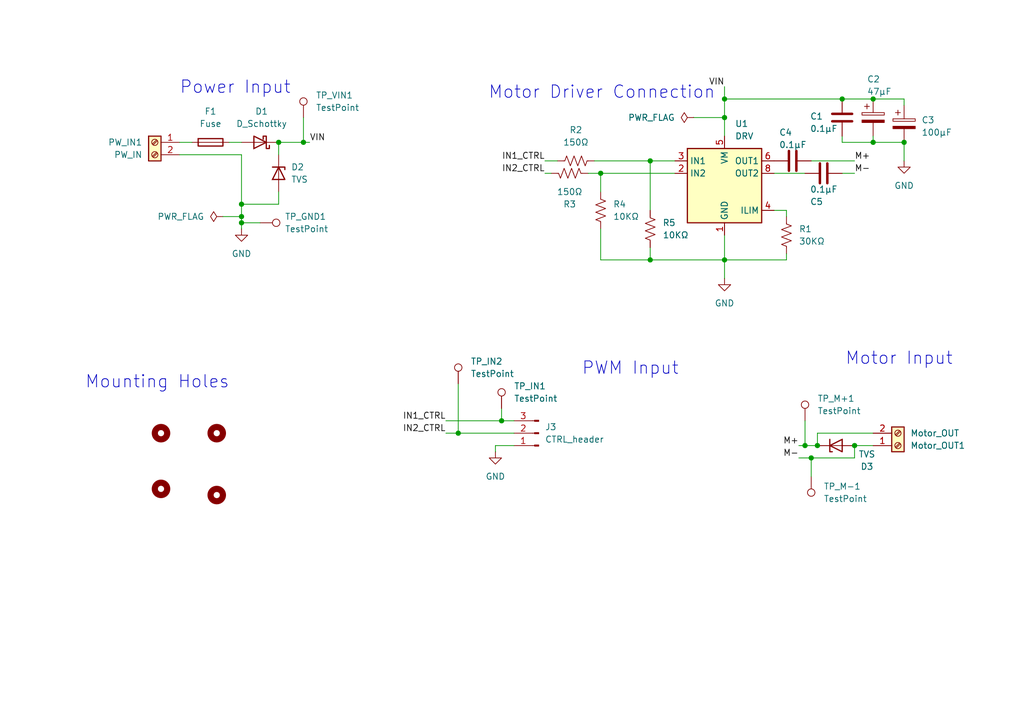
<source format=kicad_sch>
(kicad_sch (version 20250114) (generator "eeschema") (generator_version "9.0")
  (paper "A5")
  (lib_symbols
    (symbol "Connector:Conn_01x03_Pin" (pin_names (offset 1.016) (hide yes))
      (property "Reference" "J" (at 0 5.08 0))
      (property "Value" "Conn_01x03_Pin" (at 0 -5.08 0))
      (symbol "Conn_01x03_Pin_1_1"
        (rectangle (start 0.8636 2.667) (end 0 2.413) (stroke (width 0.1524)) (fill (type outline)))
        (rectangle (start 0.8636 0.127) (end 0 -0.127) (stroke (width 0.1524)) (fill (type outline)))
        (rectangle (start 0.8636 -2.413) (end 0 -2.667) (stroke (width 0.1524)) (fill (type outline)))
        (polyline (pts (xy 1.27 2.54) (xy 0.8636 2.54)) (stroke (width 0.1524)))
        (polyline (pts (xy 1.27 0) (xy 0.8636 0)) (stroke (width 0.1524)))
        (polyline (pts (xy 1.27 -2.54) (xy 0.8636 -2.54)) (stroke (width 0.1524)))
        (pin passive line (at 5.08 2.54 180) (length 3.81) (name "Pin_1") (number "1"))
        (pin passive line (at 5.08 0 180) (length 3.81) (name "Pin_2") (number "2"))
        (pin passive line (at 5.08 -2.54 180) (length 3.81) (name "Pin_3") (number "3"))
      )
    )
    (symbol "Connector:Screw_Terminal_01x02" (pin_names (offset 1.016) (hide yes))
      (property "Reference" "J" (at 0 2.54 0))
      (property "Value" "Screw_Terminal_01x02" (at 0 -5.08 0))
      (symbol "Screw_Terminal_01x02_1_1"
        (rectangle (start -1.27 1.27) (end 1.27 -3.81) (stroke (width 0.254)) (fill (type background)))
        (polyline (pts (xy -0.5334 0.3302) (xy 0.3302 -0.508)) (stroke (width 0.1524)))
        (polyline (pts (xy -0.5334 -2.2098) (xy 0.3302 -3.048)) (stroke (width 0.1524)))
        (polyline (pts (xy -0.3556 0.508) (xy 0.508 -0.3302)) (stroke (width 0.1524)))
        (polyline (pts (xy -0.3556 -2.032) (xy 0.508 -2.8702)) (stroke (width 0.1524)))
        (circle (center 0 0) (radius 0.635) (stroke (width 0.1524)))
        (circle (center 0 -2.54) (radius 0.635) (stroke (width 0.1524)))
        (pin passive line (at -5.08 0 0) (length 3.81) (name "Pin_1") (number "1"))
        (pin passive line (at -5.08 -2.54 0) (length 3.81) (name "Pin_2") (number "2"))
      )
    )
    (symbol "Connector:TestPoint" (pin_numbers (hide yes)) (pin_names (offset 0.762) (hide yes))
      (property "Reference" "TP" (at 0 6.858 0))
      (property "Value" "TestPoint" (at 0 5.08 0))
      (symbol "TestPoint_0_1"
        (circle (center 0 3.302) (radius 0.762))
      )
      (symbol "TestPoint_1_1"
        (pin passive line (at 0 0 90) (length 2.54) (name "1") (number "1"))
      )
    )
    (symbol "Device:C" (pin_numbers (hide yes)) (pin_names (offset 0.254))
      (property "Reference" "C" (at 0.635 2.54 0))
      (property "Value" "C" (at 0.635 -2.54 0))
      (symbol "C_0_1"
        (polyline (pts (xy -2.032 0.762) (xy 2.032 0.762)) (stroke (width 0.508)))
        (polyline (pts (xy -2.032 -0.762) (xy 2.032 -0.762)) (stroke (width 0.508)))
      )
      (symbol "C_1_1"
        (pin passive line (at 0 3.81 270) (length 2.794) (name "~") (number "1"))
        (pin passive line (at 0 -3.81 90) (length 2.794) (name "~") (number "2"))
      )
    )
    (symbol "Device:C_Polarized" (pin_numbers (hide yes)) (pin_names (offset 0.254))
      (property "Reference" "C" (at 0.635 2.54 0))
      (property "Value" "C_Polarized" (at 0.635 -2.54 0))
      (symbol "C_Polarized_0_1"
        (rectangle (start -2.286 0.508) (end 2.286 1.016))
        (polyline (pts (xy -1.778 2.286) (xy -0.762 2.286)))
        (polyline (pts (xy -1.27 2.794) (xy -1.27 1.778)))
        (rectangle (start 2.286 -0.508) (end -2.286 -1.016) (fill (type outline)))
      )
      (symbol "C_Polarized_1_1"
        (pin passive line (at 0 3.81 270) (length 2.794) (name "~") (number "1"))
        (pin passive line (at 0 -3.81 90) (length 2.794) (name "~") (number "2"))
      )
    )
    (symbol "Device:D_Schottky" (pin_numbers (hide yes)) (pin_names (offset 1.016) (hide yes))
      (property "Reference" "D" (at 0 2.54 0))
      (property "Value" "D_Schottky" (at 0 -2.54 0))
      (symbol "D_Schottky_0_1"
        (polyline (pts (xy -1.905 0.635) (xy -1.905 1.27) (xy -1.27 1.27) (xy -1.27 -1.27) (xy -0.635 -1.27) (xy -0.635 -0.635)) (stroke (width 0.254)))
        (polyline (pts (xy 1.27 1.27) (xy 1.27 -1.27) (xy -1.27 0) (xy 1.27 1.27)) (stroke (width 0.254)))
        (polyline (pts (xy 1.27 0) (xy -1.27 0)))
      )
      (symbol "D_Schottky_1_1"
        (pin passive line (at -3.81 0 0) (length 2.54) (name "K") (number "1"))
        (pin passive line (at 3.81 0 180) (length 2.54) (name "A") (number "2"))
      )
    )
    (symbol "Device:Fuse" (pin_numbers (hide yes)) (pin_names (offset 0))
      (property "Reference" "F" (at 2.032 0 90))
      (property "Value" "Fuse" (at -1.905 0 90))
      (symbol "Fuse_0_1"
        (rectangle (start -0.762 -2.54) (end 0.762 2.54) (stroke (width 0.254)))
        (polyline (pts (xy 0 2.54) (xy 0 -2.54)))
      )
      (symbol "Fuse_1_1"
        (pin passive line (at 0 3.81 270) (length 1.27) (name "~") (number "1"))
        (pin passive line (at 0 -3.81 90) (length 1.27) (name "~") (number "2"))
      )
    )
    (symbol "Device:R_US" (pin_numbers (hide yes)) (pin_names (offset 0))
      (property "Reference" "R" (at 2.54 0 90))
      (property "Value" "R_US" (at -2.54 0 90))
      (symbol "R_US_0_1"
        (polyline (pts (xy 0 2.286) (xy 0 2.54)))
        (polyline (pts (xy 0 2.286) (xy 1.016 1.905) (xy 0 1.524) (xy -1.016 1.143) (xy 0 0.762)))
        (polyline (pts (xy 0 0.762) (xy 1.016 0.381) (xy 0 0) (xy -1.016 -0.381) (xy 0 -0.762)))
        (polyline (pts (xy 0 -0.762) (xy 1.016 -1.143) (xy 0 -1.524) (xy -1.016 -1.905) (xy 0 -2.286)))
        (polyline (pts (xy 0 -2.286) (xy 0 -2.54)))
      )
      (symbol "R_US_1_1"
        (pin passive line (at 0 3.81 270) (length 1.27) (name "~") (number "1"))
        (pin passive line (at 0 -3.81 90) (length 1.27) (name "~") (number "2"))
      )
    )
    (symbol "Diode:PTVS22VZ1USK" (pin_numbers (hide yes)) (pin_names (hide yes))
      (property "Reference" "D" (at 0 2.54 0))
      (property "Value" "PTVS22VZ1USK" (at 0 -2.54 0))
      (symbol "PTVS22VZ1USK_0_1"
        (polyline (pts (xy -1.27 -1.27) (xy -1.27 1.27) (xy -0.762 1.27)) (stroke (width 0.254)))
        (polyline (pts (xy 1.27 0) (xy -1.27 0)))
        (polyline (pts (xy 1.27 -1.27) (xy 1.27 1.27) (xy -1.27 0) (xy 1.27 -1.27)) (stroke (width 0.254)))
      )
      (symbol "PTVS22VZ1USK_1_1"
        (pin passive line (at -3.81 0 0) (length 2.54) (name "K") (number "1"))
        (pin passive line (at 3.81 0 180) (length 2.54) (name "A") (number "2"))
      )
    )
    (symbol "Driver_Motor:DRV8871DDA"
      (property "Reference" "U" (at -6.35 8.89 0))
      (property "Value" "DRV8871DDA" (at 8.128 8.89 0))
      (symbol "DRV8871DDA_0_1"
        (rectangle (start -7.62 7.62) (end 7.62 -7.62) (stroke (width 0.254)) (fill (type background)))
      )
      (symbol "DRV8871DDA_1_1"
        (pin input line (at -10.16 5.08 0) (length 2.54) (name "IN1") (number "3"))
        (pin input line (at -10.16 2.54 0) (length 2.54) (name "IN2") (number "2"))
        (pin power_in line (at 0 10.16 270) (length 2.54) (name "VM") (number "5"))
        (pin power_in line (at 0 -10.16 90) (length 2.54) (name "GND") (number "1"))
        (pin passive line (at 0 -10.16 90) (length 2.54) (hide yes) (name "GND") (number "7"))
        (pin passive line (at 0 -10.16 90) (length 2.54) (hide yes) (name "GND") (number "9"))
        (pin output line (at 10.16 5.08 180) (length 2.54) (name "OUT1") (number "6"))
        (pin output line (at 10.16 2.54 180) (length 2.54) (name "OUT2") (number "8"))
        (pin passive line (at 10.16 -5.08 180) (length 2.54) (name "ILIM") (number "4"))
      )
    )
    (symbol "Mechanical:MountingHole" (pin_names (offset 1.016)) (in_bom no)
      (property "Reference" "H" (at 0 5.08 0))
      (property "Value" "MountingHole" (at 0 3.175 0))
      (symbol "MountingHole_0_1"
        (circle (center 0 0) (radius 1.27) (stroke (width 1.27)))
      )
    )
    (symbol "power:GND" (power) (pin_numbers (hide yes)) (pin_names (offset 0) (hide yes))
      (property "Value" "GND" (at 0 -3.81 0))
      (symbol "GND_0_1"
        (polyline (pts (xy 0 0) (xy 0 -1.27) (xy 1.27 -1.27) (xy 0 -2.54) (xy -1.27 -1.27) (xy 0 -1.27)))
      )
      (symbol "GND_1_1"
        (pin power_in line (at 0 0 270) (length 0) (name "~") (number "1"))
      )
    )
    (symbol "power:PWR_FLAG" (power) (pin_numbers (hide yes)) (pin_names (offset 0) (hide yes))
      (property "Value" "PWR_FLAG" (at 0 3.81 0))
      (symbol "PWR_FLAG_0_0"
        (pin power_out line (at 0 0 90) (length 0) (name "~") (number "1"))
      )
      (symbol "PWR_FLAG_0_1"
        (polyline (pts (xy 0 0) (xy 0 1.27) (xy -1.016 1.905) (xy 0 2.54) (xy 1.016 1.905) (xy 0 1.27)))
      )
    )
  )
  (text "Mounting Holes" (at 32.258 78.486 0) (effects (font (size 2.54 2.54))))
  (text "Power Input\n" (at 48.26 18.034 0) (effects (font (size 2.54 2.54))))
  (text "Motor Input" (at 184.404 73.66 0) (effects (font (size 2.54 2.54))))
  (text "PWM Input" (at 129.286 75.692 0) (effects (font (size 2.54 2.54))))
  (text "Motor Driver Connection" (at 123.444 19.05 0) (effects (font (size 2.54 2.54))))
  (junction (at 93.98 88.9))
  (junction (at 175.26 91.44))
  (junction (at 49.53 44.45))
  (junction (at 148.59 53.34))
  (junction (at 57.15 29.21))
  (junction (at 172.72 20.32))
  (junction (at 179.07 20.32))
  (junction (at 148.59 24.13))
  (junction (at 133.35 33.02))
  (junction (at 166.37 93.98))
  (junction (at 62.23 29.21))
  (junction (at 185.42 29.21))
  (junction (at 133.35 53.34))
  (junction (at 49.53 41.91))
  (junction (at 165.1 91.44))
  (junction (at 123.19 35.56))
  (junction (at 167.64 91.44))
  (junction (at 49.53 45.72))
  (junction (at 148.59 20.32))
  (junction (at 102.87 86.36))
  (junction (at 179.07 29.21))
  (wire (pts (xy 175.26 91.44) (xy 179.07 91.44)))
  (wire (pts (xy 166.37 33.02) (xy 175.26 33.02)))
  (wire (pts (xy 123.19 39.37) (xy 123.19 35.56)))
  (wire (pts (xy 49.53 41.91) (xy 49.53 31.75)))
  (wire (pts (xy 148.59 53.34) (xy 161.29 53.34)))
  (wire (pts (xy 123.19 35.56) (xy 138.43 35.56)))
  (wire (pts (xy 148.59 24.13) (xy 148.59 27.94)))
  (wire (pts (xy 49.53 45.72) (xy 49.53 46.99)))
  (wire (pts (xy 62.23 29.21) (xy 63.5 29.21)))
  (wire (pts (xy 165.1 86.36) (xy 165.1 91.44)))
  (wire (pts (xy 167.64 88.9) (xy 179.07 88.9)))
  (wire (pts (xy 91.44 88.9) (xy 93.98 88.9)))
  (wire (pts (xy 57.15 39.37) (xy 57.15 41.91)))
  (wire (pts (xy 111.76 35.56) (xy 113.03 35.56)))
  (wire (pts (xy 93.98 88.9) (xy 105.41 88.9)))
  (wire (pts (xy 102.87 83.82) (xy 102.87 86.36)))
  (wire (pts (xy 142.24 24.13) (xy 148.59 24.13)))
  (wire (pts (xy 179.07 27.94) (xy 179.07 29.21)))
  (wire (pts (xy 49.53 31.75) (xy 36.83 31.75)))
  (wire (pts (xy 49.53 44.45) (xy 49.53 41.91)))
  (wire (pts (xy 161.29 53.34) (xy 161.29 52.07)))
  (wire (pts (xy 163.83 91.44) (xy 165.1 91.44)))
  (wire (pts (xy 172.72 35.56) (xy 175.26 35.56)))
  (wire (pts (xy 133.35 33.02) (xy 133.35 43.18)))
  (wire (pts (xy 46.99 29.21) (xy 49.53 29.21)))
  (wire (pts (xy 163.83 93.98) (xy 166.37 93.98)))
  (wire (pts (xy 93.98 78.74) (xy 93.98 88.9)))
  (wire (pts (xy 148.59 20.32) (xy 172.72 20.32)))
  (wire (pts (xy 123.19 46.99) (xy 123.19 53.34)))
  (wire (pts (xy 102.87 86.36) (xy 105.41 86.36)))
  (wire (pts (xy 57.15 29.21) (xy 62.23 29.21)))
  (wire (pts (xy 172.72 27.94) (xy 172.72 29.21)))
  (wire (pts (xy 57.15 29.21) (xy 57.15 31.75)))
  (wire (pts (xy 111.76 33.02) (xy 114.3 33.02)))
  (wire (pts (xy 121.92 33.02) (xy 133.35 33.02)))
  (wire (pts (xy 166.37 93.98) (xy 175.26 93.98)))
  (wire (pts (xy 101.6 92.71) (xy 101.6 91.44)))
  (wire (pts (xy 133.35 33.02) (xy 138.43 33.02)))
  (wire (pts (xy 185.42 29.21) (xy 179.07 29.21)))
  (wire (pts (xy 62.23 24.13) (xy 62.23 29.21)))
  (wire (pts (xy 148.59 53.34) (xy 148.59 57.15)))
  (wire (pts (xy 185.42 21.59) (xy 185.42 20.32)))
  (wire (pts (xy 172.72 20.32) (xy 179.07 20.32)))
  (wire (pts (xy 165.1 91.44) (xy 167.64 91.44)))
  (wire (pts (xy 45.72 44.45) (xy 49.53 44.45)))
  (wire (pts (xy 148.59 20.32) (xy 148.59 24.13)))
  (wire (pts (xy 166.37 93.98) (xy 166.37 97.79)))
  (wire (pts (xy 161.29 43.18) (xy 158.75 43.18)))
  (wire (pts (xy 172.72 29.21) (xy 179.07 29.21)))
  (wire (pts (xy 49.53 44.45) (xy 49.53 45.72)))
  (wire (pts (xy 167.64 91.44) (xy 167.64 88.9)))
  (wire (pts (xy 133.35 53.34) (xy 148.59 53.34)))
  (wire (pts (xy 161.29 44.45) (xy 161.29 43.18)))
  (wire (pts (xy 175.26 93.98) (xy 175.26 91.44)))
  (wire (pts (xy 148.59 17.78) (xy 148.59 20.32)))
  (wire (pts (xy 120.65 35.56) (xy 123.19 35.56)))
  (wire (pts (xy 185.42 20.32) (xy 179.07 20.32)))
  (wire (pts (xy 148.59 48.26) (xy 148.59 53.34)))
  (wire (pts (xy 133.35 50.8) (xy 133.35 53.34)))
  (wire (pts (xy 158.75 35.56) (xy 165.1 35.56)))
  (wire (pts (xy 101.6 91.44) (xy 105.41 91.44)))
  (wire (pts (xy 91.44 86.36) (xy 102.87 86.36)))
  (wire (pts (xy 123.19 53.34) (xy 133.35 53.34)))
  (wire (pts (xy 185.42 29.21) (xy 185.42 33.02)))
  (wire (pts (xy 36.83 29.21) (xy 39.37 29.21)))
  (wire (pts (xy 57.15 41.91) (xy 49.53 41.91)))
  (wire (pts (xy 49.53 45.72) (xy 53.34 45.72)))
  (label "VIN" (at 63.5 29.21 0))
  (label "M-" (at 175.26 35.56 0))
  (label "IN1_CTRL" (at 91.44 86.36 180))
  (label "M-" (at 163.83 93.98 180))
  (label "IN2_CTRL" (at 91.44 88.9 180))
  (label "IN1_CTRL" (at 111.76 33.02 180))
  (label "M+" (at 163.83 91.44 180))
  (label "VIN" (at 148.59 17.78 180))
  (label "IN2_CTRL" (at 111.76 35.56 180))
  (label "M+" (at 175.26 33.02 0))
  (symbol (lib_id "Connector:TestPoint") (at 53.34 45.72 270) (unit 1)
    (property "Reference" "TP_GND1" (at 58.42 44.4499 90) (effects (justify left)))
    (property "Value" "TestPoint" (at 58.42 46.9899 90) (effects (justify left)))
    (property "Footprint" "TestPoint:TestPoint_Keystone_5000-5004_Miniature" (effects (hide yes)))
    (property "Description" "test point" (effects (hide yes)))
  )
  (symbol (lib_id "Device:C_Polarized") (at 185.42 25.4 0) (unit 1)
    (property "Reference" "C3" (at 188.976 24.638 0) (effects (justify left)))
    (property "Value" "100µF" (at 188.976 27.178 0) (effects (justify left)))
    (property "Footprint" "Capacitor_SMD:C_0402_1005Metric" (effects (hide yes)))
    (property "Description" "Polarized capacitor" (effects (hide yes)))
  )
  (symbol (lib_id "Connector:Screw_Terminal_01x02") (at 184.15 91.44 0) (mirror x) (unit 1)
    (property "Reference" "Motor_OUT1" (at 186.69 91.4401 0) (effects (justify left)))
    (property "Value" "Motor_OUT" (at 186.69 88.9001 0) (effects (justify left)))
    (property "Footprint" "TerminalBlock_Phoenix:TerminalBlock_Phoenix_MKDS-1,5-2_1x02_P5.00mm_Horizontal" (effects (hide yes)))
    (property "Description" "Generic screw terminal, single row, 01x02, script generated (kicad-library-utils/schlib/autogen/connector/)" (effects (hide yes)))
  )
  (symbol (lib_id "Mechanical:MountingHole") (at 44.45 88.9 0) (unit 1) (in_bom no)
    (property "Reference" "H2" (effects (hide yes)))
    (property "Value" "MountingHole" (effects (hide yes)))
    (property "Footprint" "MountingHole:MountingHole_2.5mm_Pad" (effects (hide yes)))
    (property "Description" "Mounting Hole without connection" (effects (hide yes)))
  )
  (symbol (lib_id "power:PWR_FLAG") (at 45.72 44.45 90) (unit 1)
    (property "Reference" "#FLG02" (effects (hide yes)))
    (property "Value" "PWR_FLAG" (at 41.91 44.4499 90) (effects (justify left)))
    (property "Description" "Special symbol for telling ERC where power comes from" (effects (hide yes)))
  )
  (symbol (lib_id "Connector:Conn_01x03_Pin") (at 110.49 88.9 180) (unit 1)
    (property "Reference" "J3" (at 111.76 87.6299 0) (effects (justify right)))
    (property "Value" "CTRL_header" (at 111.76 90.1699 0) (effects (justify right)))
    (property "Footprint" "Connector_PinHeader_2.54mm:PinHeader_1x03_P2.54mm_Vertical" (effects (hide yes)))
    (property "Description" "Generic connector, single row, 01x03, script generated" (effects (hide yes)))
  )
  (symbol (lib_id "Device:D_Schottky") (at 53.34 29.21 180) (unit 1)
    (property "Reference" "D1" (at 53.6575 22.86 0))
    (property "Value" "D_Schottky" (at 53.6575 25.4 0))
    (property "Footprint" "Diode_SMD:D_0603_1608Metric" (effects (hide yes)))
    (property "Description" "Schottky diode" (effects (hide yes)))
  )
  (symbol (lib_id "Connector:TestPoint") (at 93.98 78.74 0) (unit 1)
    (property "Reference" "TP_IN2" (at 96.52 74.1679 0) (effects (justify left)))
    (property "Value" "TestPoint" (at 96.52 76.7079 0) (effects (justify left)))
    (property "Footprint" "TestPoint:TestPoint_Keystone_5000-5004_Miniature" (effects (hide yes)))
    (property "Description" "test point" (effects (hide yes)))
  )
  (symbol (lib_id "Device:R_US") (at 118.11 33.02 270) (unit 1)
    (property "Reference" "R2" (at 118.11 26.67 90))
    (property "Value" "150Ω" (at 118.11 29.21 90))
    (property "Footprint" "Resistor_SMD:R_0402_1005Metric" (effects (hide yes)))
    (property "Description" "Resistor, US symbol" (effects (hide yes)))
  )
  (symbol (lib_id "power:GND") (at 49.53 46.99 0) (unit 1)
    (property "Reference" "#PWR01" (effects (hide yes)))
    (property "Value" "GND" (at 49.53 52.07 0))
    (property "Description" "Power symbol creates a global label with name \"GND\" , ground" (effects (hide yes)))
  )
  (symbol (lib_id "power:GND") (at 148.59 57.15 0) (unit 1)
    (property "Reference" "#PWR02" (effects (hide yes)))
    (property "Value" "GND" (at 148.59 62.23 0))
    (property "Description" "Power symbol creates a global label with name \"GND\" , ground" (effects (hide yes)))
  )
  (symbol (lib_id "Connector:TestPoint") (at 165.1 86.36 0) (unit 1)
    (property "Reference" "TP_M+1" (at 167.64 81.7879 0) (effects (justify left)))
    (property "Value" "TestPoint" (at 167.64 84.3279 0) (effects (justify left)))
    (property "Footprint" "TestPoint:TestPoint_Keystone_5000-5004_Miniature" (effects (hide yes)))
    (property "Description" "test point" (effects (hide yes)))
  )
  (symbol (lib_id "Connector:TestPoint") (at 102.87 83.82 0) (unit 1)
    (property "Reference" "TP_IN1" (at 105.41 79.2479 0) (effects (justify left)))
    (property "Value" "TestPoint" (at 105.41 81.7879 0) (effects (justify left)))
    (property "Footprint" "TestPoint:TestPoint_Keystone_5000-5004_Miniature" (effects (hide yes)))
    (property "Description" "test point" (effects (hide yes)))
  )
  (symbol (lib_id "Device:C") (at 162.56 33.02 90) (mirror x) (unit 1)
    (property "Reference" "C4" (at 159.766 27.178 90) (effects (justify right)))
    (property "Value" "0.1µF" (at 159.766 29.718 90) (effects (justify right)))
    (property "Footprint" "Capacitor_SMD:C_0402_1005Metric" (effects (hide yes)))
    (property "Description" "Unpolarized capacitor" (effects (hide yes)))
  )
  (symbol (lib_id "Device:R_US") (at 123.19 43.18 0) (unit 1)
    (property "Reference" "R4" (at 125.73 41.9099 0) (effects (justify left)))
    (property "Value" "10KΩ" (at 125.73 44.4499 0) (effects (justify left)))
    (property "Footprint" "Resistor_SMD:R_0402_1005Metric" (effects (hide yes)))
    (property "Description" "Resistor, US symbol" (effects (hide yes)))
  )
  (symbol (lib_id "power:PWR_FLAG") (at 142.24 24.13 90) (unit 1)
    (property "Reference" "#FLG01" (effects (hide yes)))
    (property "Value" "PWR_FLAG" (at 138.43 24.1299 90) (effects (justify left)))
    (property "Description" "Special symbol for telling ERC where power comes from" (effects (hide yes)))
  )
  (symbol (lib_id "Connector:TestPoint") (at 62.23 24.13 0) (unit 1)
    (property "Reference" "TP_VIN1" (at 64.77 19.5579 0) (effects (justify left)))
    (property "Value" "TestPoint" (at 64.77 22.0979 0) (effects (justify left)))
    (property "Footprint" "TestPoint:TestPoint_Keystone_5000-5004_Miniature" (effects (hide yes)))
    (property "Description" "test point" (effects (hide yes)))
  )
  (symbol (lib_id "Diode:PTVS22VZ1USK") (at 57.15 35.56 270) (unit 1)
    (property "Reference" "D2" (at 59.69 34.2899 90) (effects (justify left)))
    (property "Value" "TVS" (at 59.69 36.8299 90) (effects (justify left)))
    (property "Footprint" "Diode_SMD:D_0603_1608Metric" (effects (hide yes)))
    (property "Datasheet" "https://assets.nexperia.com/documents/data-sheet/PTVS22VZ1USK.pdf" (effects (hide yes)))
    (property "Description" "22V, 1900W TVS unidirectional diode, DSN1608-2" (effects (hide yes)))
  )
  (symbol (lib_id "Device:Fuse") (at 43.18 29.21 90) (unit 1)
    (property "Reference" "F1" (at 43.18 22.86 90))
    (property "Value" "Fuse" (at 43.18 25.4 90))
    (property "Footprint" "Fuse:Fuse_BelFuse_0ZRE0005FF_L8.3mm_W3.8mm" (effects (hide yes)))
    (property "Description" "Fuse" (effects (hide yes)))
  )
  (symbol (lib_id "Driver_Motor:DRV8871DDA") (at 148.59 38.1 0) (unit 1)
    (property "Reference" "U1" (at 150.7333 25.4 0) (effects (justify left)))
    (property "Value" "DRV" (at 150.7333 27.94 0) (effects (justify left)))
    (property "Footprint" "Package_SO:Texas_HTSOP-8-1EP_3.9x4.9mm_P1.27mm_EP2.95x4.9mm_Mask2.4x3.1mm_ThermalVias" (effects (hide yes)))
    (property "Datasheet" "http://www.ti.com/lit/ds/symlink/drv8871.pdf" (effects (hide yes)))
    (property "Description" "Brushed DC Motor Driver, PWM Control, 45V, 3.6A, Current limiting, HTSOP-8" (effects (hide yes)))
  )
  (symbol (lib_id "Connector:TestPoint") (at 166.37 97.79 180) (unit 1)
    (property "Reference" "TP_M-1" (at 168.91 99.8219 0) (effects (justify right)))
    (property "Value" "TestPoint" (at 168.91 102.3619 0) (effects (justify right)))
    (property "Footprint" "TestPoint:TestPoint_Keystone_5000-5004_Miniature" (effects (hide yes)))
    (property "Description" "test point" (effects (hide yes)))
  )
  (symbol (lib_id "Connector:Screw_Terminal_01x02") (at 31.75 29.21 0) (mirror y) (unit 1)
    (property "Reference" "PW_IN1" (at 29.21 29.2099 0) (effects (justify left)))
    (property "Value" "PW_IN" (at 29.21 31.7499 0) (effects (justify left)))
    (property "Footprint" "TerminalBlock_Phoenix:TerminalBlock_Phoenix_MKDS-1,5-2_1x02_P5.00mm_Horizontal" (effects (hide yes)))
    (property "Description" "Generic screw terminal, single row, 01x02, script generated (kicad-library-utils/schlib/autogen/connector/)" (effects (hide yes)))
  )
  (symbol (lib_id "Diode:PTVS22VZ1USK") (at 171.45 91.44 0) (mirror x) (unit 1)
    (property "Reference" "D3" (at 177.8 95.758 0))
    (property "Value" "TVS" (at 177.8 93.218 0))
    (property "Footprint" "Diode_SMD:D_0603_1608Metric" (effects (hide yes)))
    (property "Datasheet" "https://assets.nexperia.com/documents/data-sheet/PTVS22VZ1USK.pdf" (effects (hide yes)))
    (property "Description" "22V, 1900W TVS unidirectional diode, DSN1608-2" (effects (hide yes)))
  )
  (symbol (lib_id "power:GND") (at 101.6 92.71 0) (unit 1)
    (property "Reference" "#PWR04" (effects (hide yes)))
    (property "Value" "GND" (at 101.6 97.79 0))
    (property "Description" "Power symbol creates a global label with name \"GND\" , ground" (effects (hide yes)))
  )
  (symbol (lib_id "power:GND") (at 185.42 33.02 0) (unit 1)
    (property "Reference" "#PWR03" (effects (hide yes)))
    (property "Value" "GND" (at 185.42 38.1 0))
    (property "Description" "Power symbol creates a global label with name \"GND\" , ground" (effects (hide yes)))
  )
  (symbol (lib_id "Mechanical:MountingHole") (at 44.45 101.6 0) (unit 1) (in_bom no)
    (property "Reference" "H4" (effects (hide yes)))
    (property "Value" "MountingHole" (effects (hide yes)))
    (property "Footprint" "MountingHole:MountingHole_2.5mm_Pad" (effects (hide yes)))
    (property "Description" "Mounting Hole without connection" (effects (hide yes)))
  )
  (symbol (lib_id "Device:C") (at 172.72 24.13 0) (unit 1)
    (property "Reference" "C1" (at 166.116 23.876 0) (effects (justify left)))
    (property "Value" "0.1µF" (at 166.116 26.416 0) (effects (justify left)))
    (property "Footprint" "Capacitor_SMD:C_0402_1005Metric" (effects (hide yes)))
    (property "Description" "Unpolarized capacitor" (effects (hide yes)))
  )
  (symbol (lib_id "Device:R_US") (at 133.35 46.99 0) (unit 1)
    (property "Reference" "R5" (at 135.89 45.7199 0) (effects (justify left)))
    (property "Value" "10KΩ" (at 135.89 48.2599 0) (effects (justify left)))
    (property "Footprint" "Resistor_SMD:R_0402_1005Metric" (effects (hide yes)))
    (property "Description" "Resistor, US symbol" (effects (hide yes)))
  )
  (symbol (lib_id "Mechanical:MountingHole") (at 33.02 88.9 0) (unit 1) (in_bom no)
    (property "Reference" "H1" (effects (hide yes)))
    (property "Value" "MountingHole" (effects (hide yes)))
    (property "Footprint" "MountingHole:MountingHole_2.5mm_Pad" (effects (hide yes)))
    (property "Description" "Mounting Hole without connection" (effects (hide yes)))
  )
  (symbol (lib_id "Device:C") (at 168.91 35.56 90) (unit 1)
    (property "Reference" "C5" (at 166.116 41.402 90) (effects (justify right)))
    (property "Value" "0.1µF" (at 166.116 38.862 90) (effects (justify right)))
    (property "Footprint" "Capacitor_SMD:C_0402_1005Metric" (effects (hide yes)))
    (property "Description" "Unpolarized capacitor" (effects (hide yes)))
  )
  (symbol (lib_id "Device:R_US") (at 161.29 48.26 0) (unit 1)
    (property "Reference" "R1" (at 163.83 46.9899 0) (effects (justify left)))
    (property "Value" "30KΩ" (at 163.83 49.5299 0) (effects (justify left)))
    (property "Footprint" "Resistor_SMD:R_0402_1005Metric" (effects (hide yes)))
    (property "Description" "Resistor, US symbol" (effects (hide yes)))
  )
  (symbol (lib_id "Device:R_US") (at 116.84 35.56 270) (mirror x) (unit 1)
    (property "Reference" "R3" (at 116.84 41.91 90))
    (property "Value" "150Ω" (at 116.84 39.37 90))
    (property "Footprint" "Resistor_SMD:R_0402_1005Metric" (effects (hide yes)))
    (property "Description" "Resistor, US symbol" (effects (hide yes)))
  )
  (symbol (lib_id "Mechanical:MountingHole") (at 33.02 100.33 0) (unit 1) (in_bom no)
    (property "Reference" "H3" (effects (hide yes)))
    (property "Value" "MountingHole" (effects (hide yes)))
    (property "Footprint" "MountingHole:MountingHole_2.5mm_Pad" (effects (hide yes)))
    (property "Description" "Mounting Hole without connection" (effects (hide yes)))
  )
  (symbol (lib_id "Device:C_Polarized") (at 179.07 24.13 0) (unit 1)
    (property "Reference" "C2" (at 177.8 16.256 0) (effects (justify left)))
    (property "Value" "47µF" (at 177.8 18.796 0) (effects (justify left)))
    (property "Footprint" "Capacitor_SMD:C_0402_1005Metric" (effects (hide yes)))
    (property "Description" "Polarized capacitor" (effects (hide yes)))
  )
)
</source>
